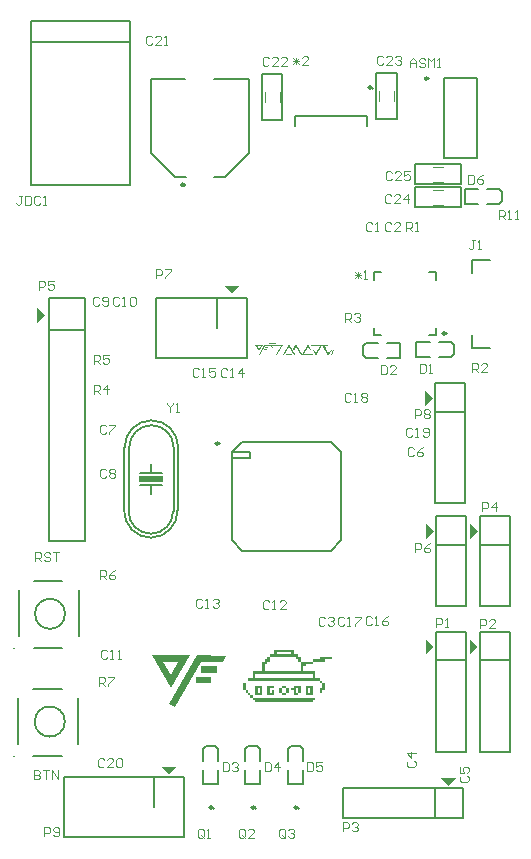
<source format=gto>
%FSTAX23Y23*%
%MOIN*%
%SFA1B1*%

%IPPOS*%
%ADD10C,0.009800*%
%ADD11C,0.007000*%
%ADD12C,0.006000*%
%ADD13C,0.007900*%
%ADD14C,0.004000*%
%ADD15C,0.005000*%
%LNpcb_bug-1*%
%LPD*%
G36*
X03084Y04184D02*
X03059Y04209D01*
X03109*
X03084Y04184*
G37*
G36*
X02462Y04112D02*
X02437Y04087D01*
Y04137*
X02462Y04112*
G37*
G36*
X03755Y03834D02*
X0373Y03809D01*
Y03859*
X03755Y03834*
G37*
G36*
X02855Y03554D02*
X02776D01*
Y03577*
X02855*
Y03554*
G37*
G36*
X03905Y03392D02*
X0388Y03367D01*
Y03417*
X03905Y03392*
G37*
G36*
X03758D02*
X03733Y03367D01*
Y03417*
X03758Y03392*
G37*
G36*
X03905Y03006D02*
X0388Y02981D01*
Y03031*
X03905Y03006*
G37*
G36*
X03758D02*
X03733Y02981D01*
Y03031*
X03758Y03006*
G37*
G36*
X03419Y02965D02*
X03395D01*
Y02957*
X03355*
Y02965*
X03379*
Y02973*
X03419*
Y02965*
G37*
G36*
X03291Y02989D02*
Y02981D01*
X03307*
Y02973*
X03315*
Y02965*
Y02957*
X03355*
Y02949*
X03331*
Y02941*
X03323*
Y02933*
Y02925*
X03363*
Y02917*
Y02909*
Y02901*
X03379*
Y02893*
X03387*
Y02885*
X03395*
Y02877*
Y02869*
Y02861*
X03387*
Y02853*
X03379*
Y02861*
Y02869*
X03387*
Y02877*
Y02885*
X03379*
Y02893*
X03139*
Y02901*
X03155*
Y02909*
Y02917*
Y02925*
X03187*
Y02933*
Y02941*
Y02949*
Y02957*
X03195*
Y02965*
X03203*
Y02973*
X03211*
Y02965*
Y02957*
X03203*
Y02949*
X03195*
Y02941*
Y02933*
Y02925*
X03315*
Y02933*
Y02941*
Y02949*
Y02957*
X03307*
Y02965*
X03299*
Y02973*
X03211*
Y02981*
X03227*
Y02989*
Y02997*
X03291*
Y02989*
G37*
G36*
X03315Y02869D02*
Y02861D01*
Y02853*
X03307*
Y02861*
Y02869*
X03299*
Y02861*
Y02853*
X03307*
Y02845*
X03291*
Y02853*
Y02861*
X03283*
Y02869*
X03291*
Y02877*
X03315*
Y02869*
G37*
G36*
X03267D02*
X03275D01*
Y02861*
Y02853*
X03267*
Y02861*
Y02869*
X03251*
Y02877*
X03267*
Y02869*
G37*
G36*
X03355D02*
Y02861D01*
Y02853*
Y02845*
X03331*
Y02853*
Y02861*
Y02869*
Y02877*
X03355*
Y02869*
G37*
G36*
X03251Y02861D02*
Y02853D01*
X03267*
Y02845*
X03251*
Y02853*
X03243*
Y02861*
Y02869*
X03251*
Y02861*
G37*
G36*
X03227Y02869D02*
X03211D01*
Y02861*
Y02853*
X03219*
Y02861*
X03227*
Y02853*
Y02845*
X03203*
Y02853*
Y02861*
Y02869*
Y02877*
X03227*
Y02869*
G37*
G36*
X03187D02*
Y02861D01*
Y02853*
Y02845*
X03163*
Y02853*
Y02861*
Y02869*
Y02877*
X03187*
Y02869*
G37*
G36*
X03131Y02877D02*
Y02869D01*
Y02861*
X03139*
Y02853*
X03147*
Y02845*
X03155*
Y02837*
X03363*
Y02829*
X03355*
Y02821*
X03163*
Y02829*
X03155*
Y02837*
X03147*
Y02845*
X03139*
Y02853*
X03131*
Y02861*
X03123*
Y02869*
Y02877*
Y02885*
X03131*
Y02877*
G37*
G36*
X02876Y02581D02*
X02851Y02606D01*
X02901*
X02876Y02581*
G37*
G36*
X03806Y02543D02*
X03781Y02568D01*
X03831*
X03806Y02543*
G37*
G36*
X03067Y02977D02*
X03055Y02956D01*
X02981Y02957*
X02894Y02807*
X02876Y02817*
X02969Y02978*
X03067Y02977*
G37*
G36*
X03034Y0292D02*
X02983D01*
Y02941*
X03034*
Y0292*
G37*
G36*
X03015Y02884D02*
X02964D01*
Y02905*
X03015*
Y02884*
G37*
G36*
X02882Y0287D02*
X0282Y02978D01*
X02944*
X02882Y0287*
G37*
G36*
X03232Y04016D02*
X03211D01*
X03209Y0402*
X03232*
Y04016*
G37*
G36*
X03213Y04012D02*
X0321Y04008D01*
X03196*
X03178Y03978*
X03175Y0398*
X03193Y04013*
X03213Y04012*
G37*
G36*
X03206Y04001D02*
X03196D01*
Y04005*
X03206*
Y04001*
G37*
G36*
X0335Y03997D02*
X03346Y03994D01*
X03339Y04006*
X03326Y03983*
X03357*
Y03978*
X03318*
X03339Y04015*
X0335Y03997*
G37*
G36*
X03202Y03994D02*
X03192D01*
Y03998*
X03202*
Y03994*
G37*
G36*
X03176Y03991D02*
X03163Y04013D01*
X03188*
X03176Y03991*
G37*
G36*
X03365Y03976D02*
X03355Y03994D01*
X03358Y03997*
X03365Y03985*
X03379Y04008*
X03348*
Y04013*
X03386*
X03365Y03976*
G37*
G36*
X03319Y03981D02*
X03315Y03979D01*
X03299Y04006*
X03292Y03993*
X03289Y03998*
X03299Y04015*
X03319Y03981*
G37*
G36*
X03295D02*
X03291Y03979D01*
X03275Y04006*
X03259Y03978*
X03256Y0398*
X03275Y04015*
X03295Y03981*
G37*
G36*
X03285Y03979D02*
X03266D01*
Y03983*
X03285*
Y03979*
G37*
G36*
X03235Y03978D02*
X03232Y0398D01*
X03248Y04008*
X0322*
X03227Y03996*
X03224Y03994*
X03213Y04013*
X03255*
X03235Y03978*
G37*
G36*
X03427Y03994D02*
X03418Y03978D01*
X03414Y0398*
X03423Y03996*
X03427Y03994*
G37*
G36*
X03407Y04008D02*
X03394D01*
X03407Y03985*
X03414Y03996*
X03418Y03994*
X03407Y03976*
X03386Y04012*
X03407*
Y04008*
G37*
%LNpcb_bug-2*%
%LPC*%
G36*
X03283Y02989D02*
X03235D01*
Y02981*
X03283*
Y02989*
G37*
G36*
X03355Y02917D02*
X03163D01*
Y02909*
Y02901*
X03355*
Y02909*
Y02917*
G37*
G36*
X03347Y02869D02*
X03339D01*
Y02861*
Y02853*
X03347*
Y02861*
Y02869*
G37*
G36*
X03179D02*
X03171D01*
Y02861*
Y02853*
X03179*
Y02861*
Y02869*
G37*
G36*
X02907Y02957D02*
X02856D01*
X02882Y02912*
X02907Y02957*
G37*
G36*
X03181Y04008D02*
X03171D01*
X03176Y03999*
X03181Y04008*
G37*
%LNpcb_bug-3*%
%LPD*%
G54D10*
X03798Y04051D02*
D01*
D01*
G75*
G03X03788I-00004J0D01*
G74*G01*
D01*
G75*
G03X03798I00004J0D01*
G74*G01*
X03042Y03684D02*
D01*
D01*
G75*
G03X03032I-00004J0D01*
G74*G01*
D01*
G75*
G03X03042I00004J0D01*
G74*G01*
X03304Y0247D02*
D01*
D01*
G75*
G03X03294I-00004J0D01*
G74*G01*
D01*
G75*
G03X03304I00004J0D01*
G74*G01*
X03162D02*
D01*
D01*
G75*
G03X03152I-00004J0D01*
G74*G01*
D01*
G75*
G03X03162I00004J0D01*
G74*G01*
X03021D02*
D01*
D01*
G75*
G03X03011I-00004J0D01*
G74*G01*
D01*
G75*
G03X03021I00004J0D01*
G74*G01*
X03551Y0487D02*
D01*
D01*
G75*
G03X03541I-00004J0D01*
G74*G01*
D01*
G75*
G03X03551I00004J0D01*
G74*G01*
X03739Y04901D02*
D01*
D01*
G75*
G03X03729I-00004J0D01*
G74*G01*
D01*
G75*
G03X03739I00004J0D01*
G74*G01*
X02926Y04547D02*
D01*
D01*
G75*
G03X02917I-00004J0D01*
G74*G01*
D01*
G75*
G03X02926I00004J0D01*
G74*G01*
G54D11*
X02741Y03457D02*
D01*
D01*
G75*
G03X02891Y03458I00074J0D01*
G74*G01*
Y03671D02*
D01*
D01*
G75*
G03X02741Y0367I-00074J-0D01*
G74*G01*
X02726Y03461D02*
D01*
D01*
G75*
G03X02906Y03461I00089J-00002D01*
G74*G01*
X02906Y03672D02*
D01*
D01*
G75*
G03X02726Y03671I-00089J-0D01*
G74*G01*
X02826Y02472D02*
Y0257D01*
X02525Y02571D02*
X02926D01*
Y02471D02*
Y02571D01*
Y02371D02*
Y02471D01*
X02525Y02371D02*
X02926D01*
X02525D02*
Y02571D01*
X03761Y02438D02*
Y02537D01*
X03456Y02437D02*
Y02537D01*
Y02437D02*
X03856D01*
Y02537*
X03456D02*
X03856D01*
X02891Y03459D02*
Y03669D01*
X02741Y0346D02*
Y0367D01*
X02906Y03461D02*
Y03672D01*
X02726Y03461D02*
Y03671D01*
X02778Y03586D02*
X02853D01*
X02817D02*
Y03616D01*
X02778Y03545D02*
X02852D01*
X02817Y03514D02*
Y03545D01*
X03761Y03789D02*
X0386D01*
X03761Y03484D02*
X03861D01*
Y03884*
X03761D02*
X03861D01*
X03761Y03484D02*
Y03884D01*
X02416Y05091D02*
X02746D01*
X02416Y04546D02*
X02746D01*
Y05091*
X02416Y04546D02*
Y05091D01*
Y05021D02*
X02746D01*
X03911Y02961D02*
X0401D01*
X03911Y02656D02*
X04011D01*
Y03056*
X03911D02*
X04011D01*
X03911Y02656D02*
Y03056D01*
X03764Y02961D02*
X03863D01*
X03764Y02656D02*
X03864D01*
Y03056*
X03764D02*
X03864D01*
X03764Y02656D02*
Y03056D01*
Y03347D02*
X03863D01*
X03764Y03142D02*
X03864D01*
Y03442*
X03764D02*
X03864D01*
X03764Y03142D02*
Y03442D01*
X03911Y03347D02*
X0401D01*
X03911Y03142D02*
X04011D01*
Y03442*
X03911D02*
X04011D01*
X03911Y03142D02*
Y03442D01*
X02831Y03968D02*
Y04168D01*
Y03968D02*
X03134D01*
Y04068*
Y04168*
X02831D02*
X03134D01*
X03036Y04069D02*
Y04168D01*
X02358Y02643D02*
X02359Y02642D01*
X02359Y03002D02*
X0236Y03001D01*
X02477Y04168D02*
X02594D01*
X02477Y0336D02*
Y04168D01*
Y0336D02*
X02594D01*
Y04168*
X02477Y04061D02*
X02593D01*
G54D12*
X02528Y02757D02*
D01*
D01*
G75*
G03X02428I-00050J0D01*
G74*G01*
D01*
G75*
G03X02528I00050J0D01*
G74*G01*
X02529Y03116D02*
D01*
D01*
G75*
G03X02429I-00050J0D01*
G74*G01*
D01*
G75*
G03X02529I00050J0D01*
G74*G01*
X02423Y02867D02*
X02518D01*
X02373Y02682D02*
Y02836D01*
X02423Y02642D02*
X02518D01*
X02573Y02682D02*
Y02837D01*
X02424Y03226D02*
X02519D01*
X02374Y03041D02*
Y03195D01*
X02424Y03001D02*
X02519D01*
X02574Y03041D02*
Y03196D01*
G54D13*
X03743Y04254D02*
X03767D01*
Y04229D02*
Y04254D01*
X03559D02*
X03583D01*
X03559Y04229D02*
Y04254D01*
Y04045D02*
Y0407D01*
Y04045D02*
X03583D01*
X03743D02*
X03767D01*
Y0407*
X03087Y03636D02*
X03146D01*
Y03656*
X03087D02*
X03146D01*
X03415Y03327D02*
X03449Y03361D01*
X03087D02*
X0312Y03327D01*
X03415Y03689D02*
X03449Y03656D01*
X03087D02*
X0312Y03689D01*
Y03327D02*
X03415D01*
X0312Y03689D02*
X03415D01*
X03449Y03361D02*
Y03656D01*
X03087Y03361D02*
Y03656D01*
X03884Y04294D02*
X03947D01*
X03884Y04251D02*
Y04294D01*
Y04003D02*
Y04046D01*
Y04003D02*
X03947D01*
X03536Y04742D02*
Y04776D01*
X03296D02*
X03536D01*
X03296Y04742D02*
Y04776D01*
X03793Y04637D02*
Y04901D01*
X03903Y04637D02*
Y04901D01*
X03793D02*
X03903D01*
X03793Y04637D02*
X03903D01*
X02815Y04899D02*
X02929D01*
X03024D02*
X03142D01*
X02815Y04651D02*
Y04899D01*
X03142Y04651D02*
Y04899D01*
X02894Y04572D02*
X02933D01*
X03024D02*
X03063D01*
X02815Y04651D02*
X02894Y04572D01*
X03063D02*
X03142Y04651D01*
G54D14*
X03756Y04556D02*
X0379D01*
X03756Y04606D02*
X0379D01*
X03756Y0448D02*
X0379D01*
X03756Y0453D02*
X0379D01*
X03576Y04826D02*
Y0486D01*
X03626Y04826D02*
Y0486D01*
X03244Y04823D02*
Y04857D01*
X03194Y04823D02*
Y04857D01*
X02459Y02374D02*
Y02404D01*
X02474*
X02479Y02399*
Y02389*
X02474Y02384*
X02459*
X02489Y02379D02*
X02494Y02374D01*
X02504*
X02509Y02379*
Y02399*
X02504Y02404*
X02494*
X02489Y02399*
Y02394*
X02494Y02389*
X02509*
X02832Y04234D02*
Y04264D01*
X02847*
X02852Y04259*
Y04249*
X02847Y04244*
X02832*
X02862Y04264D02*
X02882D01*
Y04259*
X02862Y04239*
Y04234*
X02868Y03819D02*
Y03814D01*
X02878Y03804*
X02888Y03814*
Y03819*
X02878Y03804D02*
Y03789D01*
X02898D02*
X02908D01*
X02903*
Y03819*
X02898Y03814*
X03459Y03102D02*
X03454Y03107D01*
X03444*
X03439Y03102*
Y03082*
X03444Y03077*
X03454*
X03459Y03082*
X03469Y03077D02*
X03479D01*
X03474*
Y03107*
X03469Y03102*
X03494Y03107D02*
X03514D01*
Y03102*
X03494Y03082*
Y03077*
X03552Y03103D02*
X03547Y03108D01*
X03537*
X03532Y03103*
Y03083*
X03537Y03078*
X03547*
X03552Y03083*
X03562Y03078D02*
X03572D01*
X03567*
Y03108*
X03562Y03103*
X03607Y03108D02*
X03597Y03103D01*
X03587Y03093*
Y03083*
X03592Y03078*
X03602*
X03607Y03083*
Y03088*
X03602Y03093*
X03587*
X02986Y03162D02*
X02981Y03167D01*
X02971*
X02966Y03162*
Y03142*
X02971Y03137*
X02981*
X02986Y03142*
X02996Y03137D02*
X03006D01*
X03001*
Y03167*
X02996Y03162*
X03021D02*
X03026Y03167D01*
X03036*
X03041Y03162*
Y03157*
X03036Y03152*
X03031*
X03036*
X03041Y03147*
Y03142*
X03036Y03137*
X03026*
X03021Y03142*
X03209Y03157D02*
X03204Y03162D01*
X03194*
X03189Y03157*
Y03137*
X03194Y03132*
X03204*
X03209Y03137*
X03219Y03132D02*
X03229D01*
X03224*
Y03162*
X03219Y03157*
X03264Y03132D02*
X03244D01*
X03264Y03152*
Y03157*
X03259Y03162*
X03249*
X03244Y03157*
X02667Y03594D02*
X02662Y03599D01*
X02652*
X02647Y03594*
Y03574*
X02652Y03569*
X02662*
X02667Y03574*
X02677Y03594D02*
X02682Y03599D01*
X02692*
X02697Y03594*
Y03589*
X02692Y03584*
X02697Y03579*
Y03574*
X02692Y03569*
X02682*
X02677Y03574*
Y03579*
X02682Y03584*
X02677Y03589*
Y03594*
X02682Y03584D02*
X02692D01*
X02666Y03742D02*
X02661Y03747D01*
X02651*
X02646Y03742*
Y03722*
X02651Y03717*
X02661*
X02666Y03722*
X02676Y03747D02*
X02696D01*
Y03742*
X02676Y03722*
Y03717*
X03394Y03102D02*
X03389Y03107D01*
X03379*
X03374Y03102*
Y03082*
X03379Y03077*
X03389*
X03394Y03082*
X03404Y03102D02*
X03409Y03107D01*
X03419*
X03424Y03102*
Y03097*
X03419Y03092*
X03414*
X03419*
X03424Y03087*
Y03082*
X03419Y03077*
X03409*
X03404Y03082*
X0243Y03291D02*
Y03321D01*
X02445*
X0245Y03316*
Y03306*
X02445Y03301*
X0243*
X0244D02*
X0245Y03291D01*
X0248Y03316D02*
X02475Y03321D01*
X02465*
X0246Y03316*
Y03311*
X02465Y03306*
X02475*
X0248Y03301*
Y03296*
X02475Y03291*
X02465*
X0246Y03296*
X0249Y03321D02*
X0251D01*
X025*
Y03291*
X02425Y02594D02*
Y02564D01*
X0244*
X02445Y02569*
Y02574*
X0244Y02579*
X02425*
X0244*
X02445Y02584*
Y02589*
X0244Y02594*
X02425*
X02455D02*
X02475D01*
X02465*
Y02564*
X02485D02*
Y02594D01*
X02505Y02564*
Y02594*
X03975Y04431D02*
Y04461D01*
X0399*
X03995Y04456*
Y04446*
X0399Y04441*
X03975*
X03985D02*
X03995Y04431D01*
X04005D02*
X04015D01*
X0401*
Y04461*
X04005Y04456*
X0403Y04431D02*
X0404D01*
X04035*
Y04461*
X0403Y04456*
X02647Y03232D02*
Y03262D01*
X02662*
X02667Y03257*
Y03247*
X02662Y03242*
X02647*
X02657D02*
X02667Y03232D01*
X02697Y03262D02*
X02687Y03257D01*
X02677Y03247*
Y03237*
X02682Y03232*
X02692*
X02697Y03237*
Y03242*
X02692Y03247*
X02677*
X02642Y02876D02*
Y02906D01*
X02657*
X02662Y02901*
Y02891*
X02657Y02886*
X02642*
X02652D02*
X02662Y02876D01*
X02672Y02906D02*
X02692D01*
Y02901*
X02672Y02881*
Y02876*
X02624Y03949D02*
Y03979D01*
X02639*
X02644Y03974*
Y03964*
X02639Y03959*
X02624*
X02634D02*
X02644Y03949D01*
X02674Y03979D02*
X02654D01*
Y03964*
X02664Y03969*
X02669*
X02674Y03964*
Y03954*
X02669Y03949*
X02659*
X02654Y03954*
X02625Y03849D02*
Y03879D01*
X0264*
X02645Y03874*
Y03864*
X0264Y03859*
X02625*
X02635D02*
X02645Y03849D01*
X0267D02*
Y03879D01*
X02655Y03864*
X02675*
X03463Y04089D02*
Y04119D01*
X03478*
X03483Y04114*
Y04104*
X03478Y04099*
X03463*
X03473D02*
X03483Y04089D01*
X03493Y04114D02*
X03498Y04119D01*
X03508*
X03513Y04114*
Y04109*
X03508Y04104*
X03503*
X03508*
X03513Y04099*
Y04094*
X03508Y04089*
X03498*
X03493Y04094*
X03887Y03921D02*
Y03951D01*
X03902*
X03907Y03946*
Y03936*
X03902Y03931*
X03887*
X03897D02*
X03907Y03921D01*
X03937D02*
X03917D01*
X03937Y03941*
Y03946*
X03932Y03951*
X03922*
X03917Y03946*
X03667Y04393D02*
Y04423D01*
X03682*
X03687Y04418*
Y04408*
X03682Y04403*
X03667*
X03677D02*
X03687Y04393D01*
X03697D02*
X03707D01*
X03702*
Y04423*
X03697Y04418*
X03263Y02374D02*
Y02394D01*
X03258Y02399*
X03248*
X03243Y02394*
Y02374*
X03248Y02369*
X03258*
X03253Y02379D02*
X03263Y02369D01*
X03258D02*
X03263Y02374D01*
X03273Y02394D02*
X03278Y02399D01*
X03288*
X03293Y02394*
Y02389*
X03288Y02384*
X03283*
X03288*
X03293Y02379*
Y02374*
X03288Y02369*
X03278*
X03273Y02374*
X03128D02*
Y02394D01*
X03123Y02399*
X03113*
X03108Y02394*
Y02374*
X03113Y02369*
X03123*
X03118Y02379D02*
X03128Y02369D01*
X03123D02*
X03128Y02374D01*
X03158Y02369D02*
X03138D01*
X03158Y02389*
Y02394*
X03153Y02399*
X03143*
X03138Y02394*
X02992Y02374D02*
Y02394D01*
X02987Y02399*
X02977*
X02972Y02394*
Y02374*
X02977Y02369*
X02987*
X02982Y02379D02*
X02992Y02369D01*
X02987D02*
X02992Y02374D01*
X03002Y02369D02*
X03012D01*
X03007*
Y02399*
X03002Y02394*
X03697Y03321D02*
Y03351D01*
X03712*
X03717Y03346*
Y03336*
X03712Y03331*
X03697*
X03747Y03351D02*
X03737Y03346D01*
X03727Y03336*
Y03326*
X03732Y03321*
X03742*
X03747Y03326*
Y03331*
X03742Y03336*
X03727*
X02441Y04196D02*
Y04226D01*
X02456*
X02461Y04221*
Y04211*
X02456Y04206*
X02441*
X02491Y04226D02*
X02471D01*
Y04211*
X02481Y04216*
X02486*
X02491Y04211*
Y04201*
X02486Y04196*
X02476*
X02471Y04201*
X03919Y03458D02*
Y03488D01*
X03934*
X03939Y03483*
Y03473*
X03934Y03468*
X03919*
X03964Y03458D02*
Y03488D01*
X03949Y03473*
X03969*
X03455Y02391D02*
Y02421D01*
X0347*
X03475Y02416*
Y02406*
X0347Y02401*
X03455*
X03485Y02416D02*
X0349Y02421D01*
X035*
X03505Y02416*
Y02411*
X035Y02406*
X03495*
X035*
X03505Y02401*
Y02396*
X035Y02391*
X0349*
X03485Y02396*
X03913Y03068D02*
Y03098D01*
X03928*
X03933Y03093*
Y03083*
X03928Y03078*
X03913*
X03963Y03068D02*
X03943D01*
X03963Y03088*
Y03093*
X03958Y03098*
X03948*
X03943Y03093*
X03695Y03768D02*
Y03798D01*
X0371*
X03715Y03793*
Y03783*
X0371Y03778*
X03695*
X03725Y03793D02*
X0373Y03798D01*
X0374*
X03745Y03793*
Y03788*
X0374Y03783*
X03745Y03778*
Y03773*
X0374Y03768*
X0373*
X03725Y03773*
Y03778*
X0373Y03783*
X03725Y03788*
Y03793*
X0373Y03783D02*
X0374D01*
X03766Y03072D02*
Y03102D01*
X03781*
X03786Y03097*
Y03087*
X03781Y03082*
X03766*
X03796Y03072D02*
X03806D01*
X03801*
Y03102*
X03796Y03097*
X02386Y04509D02*
X02376D01*
X02381*
Y04484*
X02376Y04479*
X02371*
X02366Y04484*
X02396Y04509D02*
Y04479D01*
X02411*
X02416Y04484*
Y04504*
X02411Y04509*
X02396*
X02446Y04504D02*
X02441Y04509D01*
X02431*
X02426Y04504*
Y04484*
X02431Y04479*
X02441*
X02446Y04484*
X02456Y04479D02*
X02466D01*
X02461*
Y04509*
X02456Y04504*
X03895Y04361D02*
X03885D01*
X0389*
Y04336*
X03885Y04331*
X0388*
X03875Y04336*
X03905Y04331D02*
X03915D01*
X0391*
Y04361*
X03905Y04356*
X03873Y04579D02*
Y04549D01*
X03888*
X03893Y04554*
Y04574*
X03888Y04579*
X03873*
X03923D02*
X03913Y04574D01*
X03903Y04564*
Y04554*
X03908Y04549*
X03918*
X03923Y04554*
Y04559*
X03918Y04564*
X03903*
X03336Y02621D02*
Y02591D01*
X03351*
X03356Y02596*
Y02616*
X03351Y02621*
X03336*
X03386D02*
X03366D01*
Y02606*
X03376Y02611*
X03381*
X03386Y02606*
Y02596*
X03381Y02591*
X03371*
X03366Y02596*
X03195Y02621D02*
Y02591D01*
X0321*
X03215Y02596*
Y02616*
X0321Y02621*
X03195*
X0324Y02591D02*
Y02621D01*
X03225Y02606*
X03245*
X03054Y02621D02*
Y02591D01*
X03069*
X03074Y02596*
Y02616*
X03069Y02621*
X03054*
X03084Y02616D02*
X03089Y02621D01*
X03099*
X03104Y02616*
Y02611*
X03099Y02606*
X03094*
X03099*
X03104Y02601*
Y02596*
X03099Y02591*
X03089*
X03084Y02596*
X03581Y03945D02*
Y03915D01*
X03596*
X03601Y0392*
Y0394*
X03596Y03945*
X03581*
X03631Y03915D02*
X03611D01*
X03631Y03935*
Y0394*
X03626Y03945*
X03616*
X03611Y0394*
X03712Y03949D02*
Y03919D01*
X03727*
X03732Y03924*
Y03944*
X03727Y03949*
X03712*
X03742Y03919D02*
X03752D01*
X03747*
Y03949*
X03742Y03944*
X03208Y04968D02*
X03203Y04973D01*
X03193*
X03188Y04968*
Y04948*
X03193Y04943*
X03203*
X03208Y04948*
X03238Y04943D02*
X03218D01*
X03238Y04963*
Y04968*
X03233Y04973*
X03223*
X03218Y04968*
X03268Y04943D02*
X03248D01*
X03268Y04963*
Y04968*
X03263Y04973*
X03253*
X03248Y04968*
X02819Y05038D02*
X02814Y05043D01*
X02804*
X02799Y05038*
Y05018*
X02804Y05013*
X02814*
X02819Y05018*
X02849Y05013D02*
X02829D01*
X02849Y05033*
Y05038*
X02844Y05043*
X02834*
X02829Y05038*
X02859Y05013D02*
X02869D01*
X02864*
Y05043*
X02859Y05038*
X0267Y02992D02*
X02665Y02997D01*
X02655*
X0265Y02992*
Y02972*
X02655Y02967*
X02665*
X0267Y02972*
X0268Y02967D02*
X0269D01*
X02685*
Y02997*
X0268Y02992*
X02705Y02967D02*
X02715D01*
X0271*
Y02997*
X02705Y02992*
X03618Y04586D02*
X03613Y04591D01*
X03603*
X03598Y04586*
Y04566*
X03603Y04561*
X03613*
X03618Y04566*
X03648Y04561D02*
X03628D01*
X03648Y04581*
Y04586*
X03643Y04591*
X03633*
X03628Y04586*
X03678Y04591D02*
X03658D01*
Y04576*
X03668Y04581*
X03673*
X03678Y04576*
Y04566*
X03673Y04561*
X03663*
X03658Y04566*
X03616Y0451D02*
X03611Y04515D01*
X03601*
X03596Y0451*
Y0449*
X03601Y04485*
X03611*
X03616Y0449*
X03646Y04485D02*
X03626D01*
X03646Y04505*
Y0451*
X03641Y04515*
X03631*
X03626Y0451*
X03671Y04485D02*
Y04515D01*
X03656Y045*
X03676*
X03589Y04972D02*
X03584Y04977D01*
X03574*
X03569Y04972*
Y04952*
X03574Y04947*
X03584*
X03589Y04952*
X03619Y04947D02*
X03599D01*
X03619Y04967*
Y04972*
X03614Y04977*
X03604*
X03599Y04972*
X03629D02*
X03634Y04977D01*
X03644*
X03649Y04972*
Y04967*
X03644Y04962*
X03639*
X03644*
X03649Y04957*
Y04952*
X03644Y04947*
X03634*
X03629Y04952*
X0266Y02629D02*
X02655Y02634D01*
X02645*
X0264Y02629*
Y02609*
X02645Y02604*
X02655*
X0266Y02609*
X0269Y02604D02*
X0267D01*
X0269Y02624*
Y02629*
X02685Y02634*
X02675*
X0267Y02629*
X027D02*
X02705Y02634D01*
X02715*
X0272Y02629*
Y02609*
X02715Y02604*
X02705*
X027Y02609*
Y02629*
X03687Y03731D02*
X03682Y03736D01*
X03672*
X03667Y03731*
Y03711*
X03672Y03706*
X03682*
X03687Y03711*
X03697Y03706D02*
X03707D01*
X03702*
Y03736*
X03697Y03731*
X03722Y03711D02*
X03727Y03706D01*
X03737*
X03742Y03711*
Y03731*
X03737Y03736*
X03727*
X03722Y03731*
Y03726*
X03727Y03721*
X03742*
X03481Y03848D02*
X03476Y03853D01*
X03466*
X03461Y03848*
Y03828*
X03466Y03823*
X03476*
X03481Y03828*
X03491Y03823D02*
X03501D01*
X03496*
Y03853*
X03491Y03848*
X03516D02*
X03521Y03853D01*
X03531*
X03536Y03848*
Y03843*
X03531Y03838*
X03536Y03833*
Y03828*
X03531Y03823*
X03521*
X03516Y03828*
Y03833*
X03521Y03838*
X03516Y03843*
Y03848*
X03521Y03838D02*
X03531D01*
X02975Y03932D02*
X0297Y03937D01*
X0296*
X02955Y03932*
Y03912*
X0296Y03907*
X0297*
X02975Y03912*
X02985Y03907D02*
X02995D01*
X0299*
Y03937*
X02985Y03932*
X0303Y03937D02*
X0301D01*
Y03922*
X0302Y03927*
X03025*
X0303Y03922*
Y03912*
X03025Y03907*
X03015*
X0301Y03912*
X0307Y0393D02*
X03065Y03935D01*
X03055*
X0305Y0393*
Y0391*
X03055Y03905*
X03065*
X0307Y0391*
X0308Y03905D02*
X0309D01*
X03085*
Y03935*
X0308Y0393*
X0312Y03905D02*
Y03935D01*
X03105Y0392*
X03125*
X0271Y04168D02*
X02705Y04173D01*
X02695*
X0269Y04168*
Y04148*
X02695Y04143*
X02705*
X0271Y04148*
X0272Y04143D02*
X0273D01*
X02725*
Y04173*
X0272Y04168*
X02745D02*
X0275Y04173D01*
X0276*
X02765Y04168*
Y04148*
X0276Y04143*
X0275*
X02745Y04148*
Y04168*
X02643D02*
X02638Y04173D01*
X02628*
X02623Y04168*
Y04148*
X02628Y04143*
X02638*
X02643Y04148*
X02653D02*
X02658Y04143D01*
X02668*
X02673Y04148*
Y04168*
X02668Y04173*
X02658*
X02653Y04168*
Y04163*
X02658Y04158*
X02673*
X03691Y03667D02*
X03686Y03672D01*
X03676*
X03671Y03667*
Y03647*
X03676Y03642*
X03686*
X03691Y03647*
X03721Y03672D02*
X03711Y03667D01*
X03701Y03657*
Y03647*
X03706Y03642*
X03716*
X03721Y03647*
Y03652*
X03716Y03657*
X03701*
X0385Y02577D02*
X03845Y02572D01*
Y02562*
X0385Y02557*
X0387*
X03875Y02562*
Y02572*
X0387Y02577*
X03845Y02607D02*
Y02587D01*
X0386*
X03855Y02597*
Y02602*
X0386Y02607*
X0387*
X03875Y02602*
Y02592*
X0387Y02587*
X03673Y02627D02*
X03668Y02622D01*
Y02612*
X03673Y02607*
X03693*
X03698Y02612*
Y02622*
X03693Y02627*
X03698Y02652D02*
X03668D01*
X03683Y02637*
Y02657*
X03617Y04417D02*
X03612Y04422D01*
X03602*
X03597Y04417*
Y04397*
X03602Y04392*
X03612*
X03617Y04397*
X03647Y04392D02*
X03627D01*
X03647Y04412*
Y04417*
X03642Y04422*
X03632*
X03627Y04417*
X03553Y04416D02*
X03548Y04421D01*
X03538*
X03533Y04416*
Y04396*
X03538Y04391*
X03548*
X03553Y04396*
X03563Y04391D02*
X03573D01*
X03568*
Y04421*
X03563Y04416*
X03679Y04938D02*
Y04958D01*
X03689Y04968*
X03699Y04958*
Y04938*
Y04953*
X03679*
X03729Y04963D02*
X03724Y04968D01*
X03714*
X03709Y04963*
Y04958*
X03714Y04953*
X03724*
X03729Y04948*
Y04943*
X03724Y04938*
X03714*
X03709Y04943*
X03739Y04938D02*
Y04968D01*
X03749Y04958*
X03759Y04968*
Y04938*
X03769D02*
X03779D01*
X03774*
Y04968*
X03769Y04963*
X03289Y0497D02*
X03309Y0495D01*
X03289D02*
X03309Y0497D01*
X03289Y0496D02*
X03309D01*
X03299Y0495D02*
Y0497D01*
X03339Y04945D02*
X03319D01*
X03339Y04965*
Y0497*
X03334Y04975*
X03324*
X03319Y0497*
X03495Y04256D02*
X03515Y04236D01*
X03495D02*
X03515Y04256D01*
X03495Y04246D02*
X03515D01*
X03505Y04236D02*
Y04256D01*
X03525Y04231D02*
X03535D01*
X0353*
Y04261*
X03525Y04256*
G54D15*
X03697Y04615D02*
X0385D01*
X03697Y04548D02*
Y04615D01*
Y04548D02*
X0385D01*
Y04615*
X03697Y04539D02*
X0385D01*
X03697Y04472D02*
Y04539D01*
Y04472D02*
X0385D01*
Y04539*
X03861Y04481D02*
X03906D01*
X03936D02*
X03976D01*
X03861Y04531D02*
X03906D01*
X03936D02*
X03976D01*
X03986Y04491D02*
Y04521D01*
X03976Y04531D02*
X03986Y04521D01*
X03976Y04481D02*
X03986Y04491D01*
X03861Y04481D02*
Y04531D01*
X03271Y0255D02*
X03321D01*
X03311Y02675D02*
X03321Y02665D01*
X03271D02*
X03281Y02675D01*
X03311*
X03271Y02625D02*
Y02665D01*
Y0255D02*
Y02595D01*
X03321Y02625D02*
Y02665D01*
Y0255D02*
Y02595D01*
X0313Y0255D02*
X0318D01*
X0317Y02675D02*
X0318Y02665D01*
X0313D02*
X0314Y02675D01*
X0317*
X0313Y02625D02*
Y02665D01*
Y0255D02*
Y02595D01*
X0318Y02625D02*
Y02665D01*
Y0255D02*
Y02595D01*
X02988Y0255D02*
X03038D01*
X03028Y02675D02*
X03038Y02665D01*
X02988D02*
X02998Y02675D01*
X03028*
X02988Y02625D02*
Y02665D01*
Y0255D02*
Y02595D01*
X03038Y02625D02*
Y02665D01*
Y0255D02*
Y02595D01*
X03699Y03971D02*
Y04021D01*
X03814Y03971D02*
X03824Y03981D01*
X03814Y04021D02*
X03824Y04011D01*
Y03981D02*
Y04011D01*
X03774Y04021D02*
X03814D01*
X03699D02*
X03744D01*
X03774Y03971D02*
X03814D01*
X03699D02*
X03744D01*
X03646Y0397D02*
Y0402D01*
X03521Y0401D02*
X03531Y0402D01*
X03521Y0398D02*
X03531Y0397D01*
X03521Y0398D02*
Y0401D01*
X03531Y0397D02*
X03571D01*
X03601D02*
X03646D01*
X03531Y0402D02*
X03571D01*
X03601D02*
X03646D01*
X03567Y0492D02*
X03634D01*
Y04767D02*
Y0492D01*
X03567Y04767D02*
X03634D01*
X03567D02*
Y0492D01*
X03186Y04763D02*
X03253D01*
X03186D02*
Y04916D01*
X03253*
Y04763D02*
Y04916D01*
M02*
</source>
